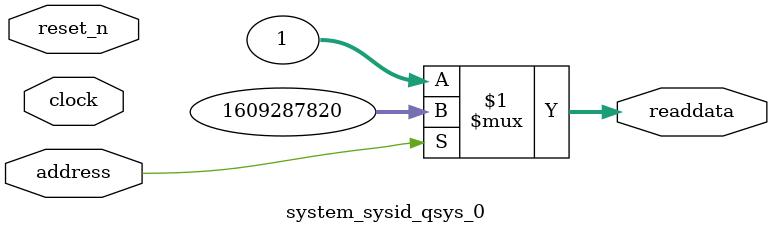
<source format=v>



// synthesis translate_off
`timescale 1ns / 1ps
// synthesis translate_on

// turn off superfluous verilog processor warnings 
// altera message_level Level1 
// altera message_off 10034 10035 10036 10037 10230 10240 10030 

module system_sysid_qsys_0 (
               // inputs:
                address,
                clock,
                reset_n,

               // outputs:
                readdata
             )
;

  output  [ 31: 0] readdata;
  input            address;
  input            clock;
  input            reset_n;

  wire    [ 31: 0] readdata;
  //control_slave, which is an e_avalon_slave
  assign readdata = address ? 1609287820 : 1;

endmodule



</source>
